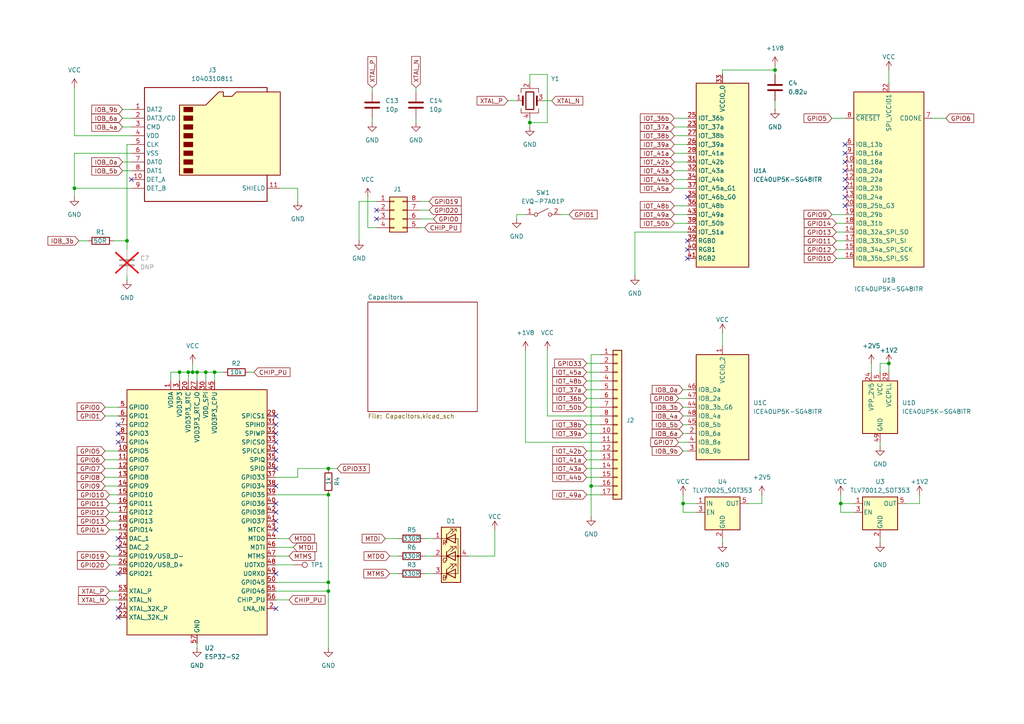
<source format=kicad_sch>
(kicad_sch (version 20231120) (generator "eeschema") (generator_version "8.0")
  (paper "A4")
  (title_block (title "MIG Flashcart") (date "2024-11-21") (rev "2") (company "Carlos Sabogal"))
  (junction (at 153.67 35.56))
  (junction (at 21.59 54.61))
  (junction (at 95.25 168.91))
  (junction (at 95.25 143.51))
  (junction (at 224.79 20.32))
  (junction (at 257.81 105.41))
  (junction (at 171.45 140.97))
  (junction (at 95.25 171.45))
  (junction (at 57.15 107.95))
  (junction (at 52.07 107.95))
  (junction (at 54.61 107.95))
  (junction (at 95.25 135.89))
  (junction (at 55.88 107.95))
  (junction (at 198.12 146.05))
  (junction (at 36.83 69.85))
  (junction (at 243.84 146.05))
  (junction (at 59.69 107.95))
  (junction (at 62.23 107.95))
  (no_connect (at 245.11 59.69))
  (no_connect (at 34.29 123.19))
  (no_connect (at 80.01 176.53))
  (no_connect (at 38.1 52.07))
  (no_connect (at 34.29 179.07))
  (no_connect (at 245.11 49.53))
  (no_connect (at 80.01 130.81))
  (no_connect (at 34.29 166.37))
  (no_connect (at 109.22 63.5))
  (no_connect (at 80.01 133.35))
  (no_connect (at 80.01 146.05))
  (no_connect (at 245.11 57.15))
  (no_connect (at 80.01 153.67))
  (no_connect (at 109.22 60.96))
  (no_connect (at 80.01 123.19))
  (no_connect (at 245.11 52.07))
  (no_connect (at 34.29 176.53))
  (no_connect (at 245.11 41.91))
  (no_connect (at 34.29 125.73))
  (no_connect (at 34.29 158.75))
  (no_connect (at 80.01 135.89))
  (no_connect (at 80.01 148.59))
  (no_connect (at 245.11 46.99))
  (no_connect (at 80.01 140.97))
  (no_connect (at 80.01 120.65))
  (no_connect (at 199.39 74.93))
  (no_connect (at 245.11 54.61))
  (no_connect (at 199.39 69.85))
  (no_connect (at 80.01 125.73))
  (no_connect (at 80.01 128.27))
  (no_connect (at 80.01 151.13))
  (no_connect (at 199.39 72.39))
  (no_connect (at 80.01 166.37))
  (no_connect (at 199.39 57.15))
  (no_connect (at 34.29 156.21))
  (no_connect (at 245.11 44.45))
  (no_connect (at 34.29 128.27))
  (wire (pts (xy 113.03 166.37) (xy 115.57 166.37)))
  (wire (pts (xy 33.02 69.85) (xy 36.83 69.85)))
  (wire (pts (xy 242.57 72.39) (xy 245.11 72.39)))
  (wire (pts (xy 62.23 110.49) (xy 62.23 107.95)))
  (wire (pts (xy 62.23 107.95) (xy 59.69 107.95)))
  (wire (pts (xy 123.19 166.37) (xy 125.73 166.37)))
  (wire (pts (xy 243.84 146.05) (xy 247.65 146.05)))
  (wire (pts (xy 198.12 113.03) (xy 199.39 113.03)))
  (wire (pts (xy 153.67 35.56) (xy 153.67 36.83)))
  (wire (pts (xy 170.18 125.73) (xy 173.99 125.73)))
  (wire (pts (xy 21.59 44.45) (xy 21.59 54.61)))
  (wire (pts (xy 124.46 60.96) (xy 121.92 60.96)))
  (wire (pts (xy 241.3 62.23) (xy 245.11 62.23)))
  (wire (pts (xy 195.58 41.91) (xy 199.39 41.91)))
  (wire (pts (xy 153.67 35.56) (xy 153.67 34.29)))
  (wire (pts (xy 123.19 66.04) (xy 121.92 66.04)))
  (wire (pts (xy 170.18 123.19) (xy 173.99 123.19)))
  (wire (pts (xy 21.59 54.61) (xy 38.1 54.61)))
  (wire (pts (xy 30.48 133.35) (xy 34.29 133.35)))
  (wire (pts (xy 198.12 120.65) (xy 199.39 120.65)))
  (wire (pts (xy 255.27 107.95) (xy 255.27 105.41)))
  (wire (pts (xy 255.27 105.41) (xy 257.81 105.41)))
  (wire (pts (xy 57.15 110.49) (xy 57.15 107.95)))
  (wire (pts (xy 120.65 25.4) (xy 120.65 26.67)))
  (wire (pts (xy 170.18 133.35) (xy 173.99 133.35)))
  (wire (pts (xy 95.25 135.89) (xy 86.36 135.89)))
  (wire (pts (xy 266.7 146.05) (xy 266.7 143.51)))
  (wire (pts (xy 195.58 59.69) (xy 199.39 59.69)))
  (wire (pts (xy 55.88 107.95) (xy 57.15 107.95)))
  (wire (pts (xy 31.75 143.51) (xy 34.29 143.51)))
  (wire (pts (xy 195.58 54.61) (xy 199.39 54.61)))
  (wire (pts (xy 30.48 120.65) (xy 34.29 120.65)))
  (wire (pts (xy 106.68 57.15) (xy 106.68 66.04)))
  (wire (pts (xy 195.58 52.07) (xy 199.39 52.07)))
  (wire (pts (xy 31.75 153.67) (xy 34.29 153.67)))
  (wire (pts (xy 195.58 62.23) (xy 199.39 62.23)))
  (wire (pts (xy 97.79 135.89) (xy 95.25 135.89)))
  (wire (pts (xy 111.76 156.21) (xy 115.57 156.21)))
  (wire (pts (xy 252.73 105.41) (xy 252.73 107.95)))
  (wire (pts (xy 57.15 186.69) (xy 57.15 187.96)))
  (wire (pts (xy 38.1 39.37) (xy 21.59 39.37)))
  (wire (pts (xy 80.01 158.75) (xy 85.09 158.75)))
  (wire (pts (xy 147.32 29.21) (xy 149.86 29.21)))
  (wire (pts (xy 198.12 130.81) (xy 199.39 130.81)))
  (wire (pts (xy 31.75 146.05) (xy 34.29 146.05)))
  (wire (pts (xy 198.12 118.11) (xy 199.39 118.11)))
  (wire (pts (xy 36.83 41.91) (xy 38.1 41.91)))
  (wire (pts (xy 198.12 146.05) (xy 201.93 146.05)))
  (wire (pts (xy 199.39 67.31) (xy 184.15 67.31)))
  (wire (pts (xy 152.4 128.27) (xy 152.4 101.6)))
  (wire (pts (xy 35.56 49.53) (xy 38.1 49.53)))
  (wire (pts (xy 21.59 54.61) (xy 21.59 57.15)))
  (wire (pts (xy 242.57 67.31) (xy 245.11 67.31)))
  (wire (pts (xy 195.58 46.99) (xy 199.39 46.99)))
  (wire (pts (xy 80.01 156.21) (xy 83.82 156.21)))
  (wire (pts (xy 95.25 168.91) (xy 95.25 171.45)))
  (wire (pts (xy 80.01 173.99) (xy 83.82 173.99)))
  (wire (pts (xy 36.83 41.91) (xy 36.83 69.85)))
  (wire (pts (xy 196.85 115.57) (xy 199.39 115.57)))
  (wire (pts (xy 171.45 102.87) (xy 171.45 140.97)))
  (wire (pts (xy 35.56 34.29) (xy 38.1 34.29)))
  (wire (pts (xy 149.86 63.5) (xy 149.86 62.23)))
  (wire (pts (xy 242.57 64.77) (xy 245.11 64.77)))
  (wire (pts (xy 36.83 72.39) (xy 36.83 69.85)))
  (wire (pts (xy 95.25 171.45) (xy 95.25 187.96)))
  (wire (pts (xy 195.58 44.45) (xy 199.39 44.45)))
  (wire (pts (xy 149.86 62.23) (xy 152.4 62.23)))
  (wire (pts (xy 86.36 138.43) (xy 80.01 138.43)))
  (wire (pts (xy 35.56 36.83) (xy 38.1 36.83)))
  (wire (pts (xy 31.75 151.13) (xy 34.29 151.13)))
  (wire (pts (xy 217.17 146.05) (xy 220.98 146.05)))
  (wire (pts (xy 123.19 161.29) (xy 125.73 161.29)))
  (wire (pts (xy 104.14 58.42) (xy 104.14 69.85)))
  (wire (pts (xy 80.01 161.29) (xy 83.82 161.29)))
  (wire (pts (xy 196.85 128.27) (xy 199.39 128.27)))
  (wire (pts (xy 170.18 118.11) (xy 173.99 118.11)))
  (wire (pts (xy 241.3 34.29) (xy 245.11 34.29)))
  (wire (pts (xy 158.75 21.59) (xy 158.75 35.56)))
  (wire (pts (xy 262.89 146.05) (xy 266.7 146.05)))
  (wire (pts (xy 170.18 143.51) (xy 173.99 143.51)))
  (wire (pts (xy 80.01 143.51) (xy 95.25 143.51)))
  (wire (pts (xy 143.51 161.29) (xy 135.89 161.29)))
  (wire (pts (xy 55.88 107.95) (xy 55.88 105.41)))
  (wire (pts (xy 31.75 173.99) (xy 34.29 173.99)))
  (wire (pts (xy 153.67 21.59) (xy 158.75 21.59)))
  (wire (pts (xy 59.69 107.95) (xy 59.69 110.49)))
  (wire (pts (xy 173.99 102.87) (xy 171.45 102.87)))
  (wire (pts (xy 255.27 128.27) (xy 255.27 129.54)))
  (wire (pts (xy 198.12 148.59) (xy 198.12 146.05)))
  (wire (pts (xy 54.61 107.95) (xy 54.61 110.49)))
  (wire (pts (xy 184.15 67.31) (xy 184.15 80.01)))
  (wire (pts (xy 158.75 35.56) (xy 153.67 35.56)))
  (wire (pts (xy 30.48 135.89) (xy 34.29 135.89)))
  (wire (pts (xy 30.48 138.43) (xy 34.29 138.43)))
  (wire (pts (xy 198.12 125.73) (xy 199.39 125.73)))
  (wire (pts (xy 113.03 161.29) (xy 115.57 161.29)))
  (wire (pts (xy 30.48 130.81) (xy 34.29 130.81)))
  (wire (pts (xy 25.4 69.85) (xy 22.86 69.85)))
  (wire (pts (xy 242.57 69.85) (xy 245.11 69.85)))
  (wire (pts (xy 243.84 148.59) (xy 243.84 146.05)))
  (wire (pts (xy 36.83 80.01) (xy 36.83 81.28)))
  (wire (pts (xy 220.98 146.05) (xy 220.98 143.51)))
  (wire (pts (xy 57.15 107.95) (xy 59.69 107.95)))
  (wire (pts (xy 195.58 64.77) (xy 199.39 64.77)))
  (wire (pts (xy 160.02 29.21) (xy 157.48 29.21)))
  (wire (pts (xy 121.92 63.5) (xy 125.73 63.5)))
  (wire (pts (xy 173.99 120.65) (xy 158.75 120.65)))
  (wire (pts (xy 170.18 130.81) (xy 173.99 130.81)))
  (wire (pts (xy 95.25 143.51) (xy 95.25 168.91)))
  (wire (pts (xy 274.32 34.29) (xy 270.51 34.29)))
  (wire (pts (xy 171.45 140.97) (xy 173.99 140.97)))
  (wire (pts (xy 107.95 25.4) (xy 107.95 26.67)))
  (wire (pts (xy 31.75 171.45) (xy 34.29 171.45)))
  (wire (pts (xy 257.81 20.32) (xy 257.81 24.13)))
  (wire (pts (xy 52.07 107.95) (xy 54.61 107.95)))
  (wire (pts (xy 165.1 62.23) (xy 162.56 62.23)))
  (wire (pts (xy 195.58 49.53) (xy 199.39 49.53)))
  (wire (pts (xy 86.36 58.42) (xy 86.36 54.61)))
  (wire (pts (xy 49.53 107.95) (xy 52.07 107.95)))
  (wire (pts (xy 195.58 39.37) (xy 199.39 39.37)))
  (wire (pts (xy 31.75 148.59) (xy 34.29 148.59)))
  (wire (pts (xy 52.07 107.95) (xy 52.07 110.49)))
  (wire (pts (xy 247.65 148.59) (xy 243.84 148.59)))
  (wire (pts (xy 120.65 34.29) (xy 120.65 35.56)))
  (wire (pts (xy 106.68 66.04) (xy 109.22 66.04)))
  (wire (pts (xy 170.18 107.95) (xy 173.99 107.95)))
  (wire (pts (xy 170.18 138.43) (xy 173.99 138.43)))
  (wire (pts (xy 49.53 110.49) (xy 49.53 107.95)))
  (wire (pts (xy 73.66 107.95) (xy 72.39 107.95)))
  (wire (pts (xy 31.75 163.83) (xy 34.29 163.83)))
  (wire (pts (xy 224.79 31.75) (xy 224.79 29.21)))
  (wire (pts (xy 143.51 153.67) (xy 143.51 161.29)))
  (wire (pts (xy 152.4 128.27) (xy 173.99 128.27)))
  (wire (pts (xy 195.58 34.29) (xy 199.39 34.29)))
  (wire (pts (xy 107.95 34.29) (xy 107.95 35.56)))
  (wire (pts (xy 109.22 58.42) (xy 104.14 58.42)))
  (wire (pts (xy 86.36 135.89) (xy 86.36 138.43)))
  (wire (pts (xy 198.12 146.05) (xy 198.12 143.51)))
  (wire (pts (xy 243.84 146.05) (xy 243.84 143.51)))
  (wire (pts (xy 224.79 19.05) (xy 224.79 20.32)))
  (wire (pts (xy 257.81 105.41) (xy 257.81 107.95)))
  (wire (pts (xy 80.01 171.45) (xy 95.25 171.45)))
  (wire (pts (xy 62.23 107.95) (xy 64.77 107.95)))
  (wire (pts (xy 35.56 46.99) (xy 38.1 46.99)))
  (wire (pts (xy 21.59 25.4) (xy 21.59 39.37)))
  (wire (pts (xy 170.18 105.41) (xy 173.99 105.41)))
  (wire (pts (xy 209.55 20.32) (xy 224.79 20.32)))
  (wire (pts (xy 209.55 21.59) (xy 209.55 20.32)))
  (wire (pts (xy 170.18 110.49) (xy 173.99 110.49)))
  (wire (pts (xy 209.55 156.21) (xy 209.55 157.48)))
  (wire (pts (xy 170.18 135.89) (xy 173.99 135.89)))
  (wire (pts (xy 80.01 168.91) (xy 95.25 168.91)))
  (wire (pts (xy 171.45 140.97) (xy 171.45 149.86)))
  (wire (pts (xy 30.48 140.97) (xy 34.29 140.97)))
  (wire (pts (xy 124.46 58.42) (xy 121.92 58.42)))
  (wire (pts (xy 30.48 118.11) (xy 34.29 118.11)))
  (wire (pts (xy 201.93 148.59) (xy 198.12 148.59)))
  (wire (pts (xy 21.59 44.45) (xy 38.1 44.45)))
  (wire (pts (xy 224.79 20.32) (xy 224.79 21.59)))
  (wire (pts (xy 54.61 107.95) (xy 55.88 107.95)))
  (wire (pts (xy 35.56 31.75) (xy 38.1 31.75)))
  (wire (pts (xy 158.75 120.65) (xy 158.75 101.6)))
  (wire (pts (xy 255.27 157.48) (xy 255.27 156.21)))
  (wire (pts (xy 123.19 156.21) (xy 125.73 156.21)))
  (wire (pts (xy 31.75 161.29) (xy 34.29 161.29)))
  (wire (pts (xy 195.58 36.83) (xy 199.39 36.83)))
  (wire (pts (xy 80.01 163.83) (xy 85.09 163.83)))
  (wire (pts (xy 198.12 123.19) (xy 199.39 123.19)))
  (wire (pts (xy 170.18 115.57) (xy 173.99 115.57)))
  (wire (pts (xy 209.55 96.52) (xy 209.55 100.33)))
  (wire (pts (xy 153.67 24.13) (xy 153.67 21.59)))
  (wire (pts (xy 86.36 54.61) (xy 81.28 54.61)))
  (wire (pts (xy 170.18 113.03) (xy 173.99 113.03)))
  (wire (pts (xy 242.57 74.93) (xy 245.11 74.93)))
  (global_label "IOT_48b" (shape input) (at 195.58 59.69 180) (property "Intersheetrefs" "${INTERSHEET_REFS}" (effects (hide yes))))
  (global_label "GPIO10" (shape input) (at 242.57 74.93 180) (property "Intersheetrefs" "${INTERSHEET_REFS}" (effects (hide yes))))
  (global_label "GPIO0" (shape input) (at 125.73 63.5 0) (property "Intersheetrefs" "${INTERSHEET_REFS}" (effects (hide yes))))
  (global_label "GPIO12" (shape input) (at 242.57 72.39 180) (property "Intersheetrefs" "${INTERSHEET_REFS}" (effects (hide yes))))
  (global_label "GPIO5" (shape input) (at 30.48 130.81 180) (property "Intersheetrefs" "${INTERSHEET_REFS}" (effects (hide yes))))
  (global_label "GPIO9" (shape input) (at 30.48 140.97 180) (property "Intersheetrefs" "${INTERSHEET_REFS}" (effects (hide yes))))
  (global_label "GPIO13" (shape input) (at 31.75 151.13 180) (property "Intersheetrefs" "${INTERSHEET_REFS}" (effects (hide yes))))
  (global_label "IOT_50b" (shape input) (at 170.18 118.11 180) (property "Intersheetrefs" "${INTERSHEET_REFS}" (effects (hide yes))))
  (global_label "IOT_37a" (shape input) (at 170.18 113.03 180) (property "Intersheetrefs" "${INTERSHEET_REFS}" (effects (hide yes))))
  (global_label "CHIP_PU" (shape input) (at 73.66 107.95 0) (property "Intersheetrefs" "${INTERSHEET_REFS}" (effects (hide yes))))
  (global_label "IOT_42b" (shape input) (at 170.18 130.81 180) (property "Intersheetrefs" "${INTERSHEET_REFS}" (effects (hide yes))))
  (global_label "GPIO14" (shape input) (at 242.57 64.77 180) (property "Intersheetrefs" "${INTERSHEET_REFS}" (effects (hide yes))))
  (global_label "IOT_36b" (shape input) (at 170.18 115.57 180) (property "Intersheetrefs" "${INTERSHEET_REFS}" (effects (hide yes))))
  (global_label "IOT_45a" (shape input) (at 170.18 107.95 180) (property "Intersheetrefs" "${INTERSHEET_REFS}" (effects (hide yes))))
  (global_label "GPIO20" (shape input) (at 31.75 163.83 180) (property "Intersheetrefs" "${INTERSHEET_REFS}" (effects (hide yes))))
  (global_label "XTAL_N" (shape input) (at 160.02 29.21 0) (property "Intersheetrefs" "${INTERSHEET_REFS}" (effects (hide yes))))
  (global_label "IOT_44b" (shape input) (at 195.58 52.07 180) (property "Intersheetrefs" "${INTERSHEET_REFS}" (effects (hide yes))))
  (global_label "IOB_3b" (shape input) (at 198.12 118.11 180) (property "Intersheetrefs" "${INTERSHEET_REFS}" (effects (hide yes))))
  (global_label "XTAL_N" (shape input) (at 31.75 173.99 180) (property "Intersheetrefs" "${INTERSHEET_REFS}" (effects (hide yes))))
  (global_label "IOT_41a" (shape input) (at 195.58 44.45 180) (property "Intersheetrefs" "${INTERSHEET_REFS}" (effects (hide yes))))
  (global_label "IOT_39a" (shape input) (at 195.58 41.91 180) (property "Intersheetrefs" "${INTERSHEET_REFS}" (effects (hide yes))))
  (global_label "GPIO12" (shape input) (at 31.75 148.59 180) (property "Intersheetrefs" "${INTERSHEET_REFS}" (effects (hide yes))))
  (global_label "IOB_5b" (shape input) (at 198.12 123.19 180) (property "Intersheetrefs" "${INTERSHEET_REFS}" (effects (hide yes))))
  (global_label "GPIO7" (shape input) (at 30.48 135.89 180) (property "Intersheetrefs" "${INTERSHEET_REFS}" (effects (hide yes))))
  (global_label "GPIO20" (shape input) (at 124.46 60.96 0) (property "Intersheetrefs" "${INTERSHEET_REFS}" (effects (hide yes))))
  (global_label "MTMS" (shape input) (at 113.03 166.37 180) (property "Intersheetrefs" "${INTERSHEET_REFS}" (effects (hide yes))))
  (global_label "IOT_42b" (shape input) (at 195.58 46.99 180) (property "Intersheetrefs" "${INTERSHEET_REFS}" (effects (hide yes))))
  (global_label "IOT_43a" (shape input) (at 195.58 49.53 180) (property "Intersheetrefs" "${INTERSHEET_REFS}" (effects (hide yes))))
  (global_label "IOT_38b" (shape input) (at 170.18 123.19 180) (property "Intersheetrefs" "${INTERSHEET_REFS}" (effects (hide yes))))
  (global_label "IOT_39a" (shape input) (at 170.18 125.73 180) (property "Intersheetrefs" "${INTERSHEET_REFS}" (effects (hide yes))))
  (global_label "IOT_48b" (shape input) (at 170.18 110.49 180) (property "Intersheetrefs" "${INTERSHEET_REFS}" (effects (hide yes))))
  (global_label "IOB_6a" (shape input) (at 35.56 34.29 180) (property "Intersheetrefs" "${INTERSHEET_REFS}" (effects (hide yes))))
  (global_label "GPIO8" (shape input) (at 196.85 115.57 180) (property "Intersheetrefs" "${INTERSHEET_REFS}" (effects (hide yes))))
  (global_label "IOB_0a" (shape input) (at 35.56 46.99 180) (property "Intersheetrefs" "${INTERSHEET_REFS}" (effects (hide yes))))
  (global_label "GPIO5" (shape input) (at 241.3 34.29 180) (property "Intersheetrefs" "${INTERSHEET_REFS}" (effects (hide yes))))
  (global_label "IOB_6a" (shape input) (at 198.12 125.73 180) (property "Intersheetrefs" "${INTERSHEET_REFS}" (effects (hide yes))))
  (global_label "GPIO33" (shape input) (at 170.18 105.41 180) (property "Intersheetrefs" "${INTERSHEET_REFS}" (effects (hide yes))))
  (global_label "IOT_43a" (shape input) (at 170.18 135.89 180) (property "Intersheetrefs" "${INTERSHEET_REFS}" (effects (hide yes))))
  (global_label "IOT_49a" (shape input) (at 195.58 62.23 180) (property "Intersheetrefs" "${INTERSHEET_REFS}" (effects (hide yes))))
  (global_label "IOT_37a" (shape input) (at 195.58 36.83 180) (property "Intersheetrefs" "${INTERSHEET_REFS}" (effects (hide yes))))
  (global_label "GPIO14" (shape input) (at 31.75 153.67 180) (property "Intersheetrefs" "${INTERSHEET_REFS}" (effects (hide yes))))
  (global_label "GPIO8" (shape input) (at 30.48 138.43 180) (property "Intersheetrefs" "${INTERSHEET_REFS}" (effects (hide yes))))
  (global_label "CHIP_PU" (shape input) (at 83.82 173.99 0) (property "Intersheetrefs" "${INTERSHEET_REFS}" (effects (hide yes))))
  (global_label "GPIO6" (shape input) (at 274.32 34.29 0) (property "Intersheetrefs" "${INTERSHEET_REFS}" (effects (hide yes))))
  (global_label "XTAL_P" (shape input) (at 31.75 171.45 180) (property "Intersheetrefs" "${INTERSHEET_REFS}" (effects (hide yes))))
  (global_label "IOT_38b" (shape input) (at 195.58 39.37 180) (property "Intersheetrefs" "${INTERSHEET_REFS}" (effects (hide yes))))
  (global_label "IOB_9b" (shape input) (at 35.56 31.75 180) (property "Intersheetrefs" "${INTERSHEET_REFS}" (effects (hide yes))))
  (global_label "GPIO19" (shape input) (at 31.75 161.29 180) (property "Intersheetrefs" "${INTERSHEET_REFS}" (effects (hide yes))))
  (global_label "GPIO6" (shape input) (at 30.48 133.35 180) (property "Intersheetrefs" "${INTERSHEET_REFS}" (effects (hide yes))))
  (global_label "GPIO1" (shape input) (at 30.48 120.65 180) (property "Intersheetrefs" "${INTERSHEET_REFS}" (effects (hide yes))))
  (global_label "GPIO19" (shape input) (at 124.46 58.42 0) (property "Intersheetrefs" "${INTERSHEET_REFS}" (effects (hide yes))))
  (global_label "XTAL_P" (shape input) (at 107.95 25.4 90) (property "Intersheetrefs" "${INTERSHEET_REFS}" (effects (hide yes))))
  (global_label "XTAL_P" (shape input) (at 147.32 29.21 180) (property "Intersheetrefs" "${INTERSHEET_REFS}" (effects (hide yes))))
  (global_label "GPIO11" (shape input) (at 31.75 146.05 180) (property "Intersheetrefs" "${INTERSHEET_REFS}" (effects (hide yes))))
  (global_label "IOB_9b" (shape input) (at 198.12 130.81 180) (property "Intersheetrefs" "${INTERSHEET_REFS}" (effects (hide yes))))
  (global_label "MTDI" (shape input) (at 85.09 158.75 0) (property "Intersheetrefs" "${INTERSHEET_REFS}" (effects (hide yes))))
  (global_label "IOB_4a" (shape input) (at 198.12 120.65 180) (property "Intersheetrefs" "${INTERSHEET_REFS}" (effects (hide yes))))
  (global_label "GPIO1" (shape input) (at 165.1 62.23 0) (property "Intersheetrefs" "${INTERSHEET_REFS}" (effects (hide yes))))
  (global_label "GPIO11" (shape input) (at 242.57 69.85 180) (property "Intersheetrefs" "${INTERSHEET_REFS}" (effects (hide yes))))
  (global_label "GPIO13" (shape input) (at 242.57 67.31 180) (property "Intersheetrefs" "${INTERSHEET_REFS}" (effects (hide yes))))
  (global_label "IOB_5b" (shape input) (at 35.56 49.53 180) (property "Intersheetrefs" "${INTERSHEET_REFS}" (effects (hide yes))))
  (global_label "IOT_36b" (shape input) (at 195.58 34.29 180) (property "Intersheetrefs" "${INTERSHEET_REFS}" (effects (hide yes))))
  (global_label "CHIP_PU" (shape input) (at 123.19 66.04 0) (property "Intersheetrefs" "${INTERSHEET_REFS}" (effects (hide yes))))
  (global_label "GPIO10" (shape input) (at 31.75 143.51 180) (property "Intersheetrefs" "${INTERSHEET_REFS}" (effects (hide yes))))
  (global_label "IOT_41a" (shape input) (at 170.18 133.35 180) (property "Intersheetrefs" "${INTERSHEET_REFS}" (effects (hide yes))))
  (global_label "MTDO" (shape input) (at 83.82 156.21 0) (property "Intersheetrefs" "${INTERSHEET_REFS}" (effects (hide yes))))
  (global_label "IOB_3b" (shape input) (at 22.86 69.85 180) (property "Intersheetrefs" "${INTERSHEET_REFS}" (effects (hide yes))))
  (global_label "IOT_50b" (shape input) (at 195.58 64.77 180) (property "Intersheetrefs" "${INTERSHEET_REFS}" (effects (hide yes))))
  (global_label "MTMS" (shape input) (at 83.82 161.29 0) (property "Intersheetrefs" "${INTERSHEET_REFS}" (effects (hide yes))))
  (global_label "IOB_4a" (shape input) (at 35.56 36.83 180) (property "Intersheetrefs" "${INTERSHEET_REFS}" (effects (hide yes))))
  (global_label "XTAL_N" (shape input) (at 120.65 25.4 90) (property "Intersheetrefs" "${INTERSHEET_REFS}" (effects (hide yes))))
  (global_label "IOB_0a" (shape input) (at 198.12 113.03 180) (property "Intersheetrefs" "${INTERSHEET_REFS}" (effects (hide yes))))
  (global_label "MTDI" (shape input) (at 111.76 156.21 180) (property "Intersheetrefs" "${INTERSHEET_REFS}" (effects (hide yes))))
  (global_label "GPIO9" (shape input) (at 241.3 62.23 180) (property "Intersheetrefs" "${INTERSHEET_REFS}" (effects (hide yes))))
  (global_label "MTDO" (shape input) (at 113.03 161.29 180) (property "Intersheetrefs" "${INTERSHEET_REFS}" (effects (hide yes))))
  (global_label "IOT_49a" (shape input) (at 170.18 143.51 180) (property "Intersheetrefs" "${INTERSHEET_REFS}" (effects (hide yes))))
  (global_label "IOT_44b" (shape input) (at 170.18 138.43 180) (property "Intersheetrefs" "${INTERSHEET_REFS}" (effects (hide yes))))
  (global_label "GPIO7" (shape input) (at 196.85 128.27 180) (property "Intersheetrefs" "${INTERSHEET_REFS}" (effects (hide yes))))
  (global_label "IOT_45a" (shape input) (at 195.58 54.61 180) (property "Intersheetrefs" "${INTERSHEET_REFS}" (effects (hide yes))))
  (global_label "GPIO0" (shape input) (at 30.48 118.11 180) (property "Intersheetrefs" "${INTERSHEET_REFS}" (effects (hide yes))))
  (global_label "GPIO33" (shape input) (at 97.79 135.89 0) (property "Intersheetrefs" "${INTERSHEET_REFS}" (effects (hide yes))))
  (symbol (lib_name "GND_2") (lib_id "power:GND") (at 153.67 36.83 0) (unit 1)
    (property "Reference" "#PWR011" (effects (hide yes)))
    (property "Value" "GND" (at 153.67 41.91 0))
    (property "Description" "Power symbol creates a global label with name \"GND\" , ground" (effects (hide yes)))
  )
  (symbol (lib_id "power:VCC") (at 257.81 20.32 0) (unit 1)
    (property "Reference" "#PWR017" (effects (hide yes)))
    (property "Value" "VCC" (at 257.81 16.51 0))
    (property "Description" "Power symbol creates a global label with name \"VCC\"" (effects (hide yes)))
  )
  (symbol (lib_id "Device:C") (at 107.95 30.48 0) (unit 1)
    (property "Reference" "C13" (at 111.76 29.2099 0) (effects (justify left)))
    (property "Value" "10p" (at 111.76 31.7499 0) (effects (justify left)))
    (property "Footprint" "Capacitor_SMD:C_0201_0603Metric" (effects (hide yes)))
    (property "Description" "Unpolarized capacitor" (effects (hide yes)))
  )
  (symbol (lib_id "Connector_Generic:Conn_01x17") (at 179.07 123.19 0) (unit 1)
    (property "Reference" "J2" (at 181.61 121.9199 0) (effects (justify left)))
    (property "Value" "Conn_01x17" (effects (hide yes)))
    (property "Footprint" "MIG Flashcart:Cartridge_Pins" (effects (hide yes)))
    (property "Description" "Generic connector, single row, 01x17, script generated (kicad-library-utils/schlib/autogen/connector/)" (effects (hide yes)))
  )
  (symbol (lib_id "FPGA_Lattice:ICE40UP5K-SG48ITR") (at 255.27 118.11 0) (unit 4)
    (property "Reference" "U1" (at 261.62 116.8399 0) (effects (justify left)))
    (property "Value" "ICE40UP5K-SG48ITR" (at 261.62 119.3799 0) (effects (justify left)))
    (property "Footprint" "Package_DFN_QFN:QFN-48-1EP_7x7mm_P0.5mm_EP5.15x5.15mm" (effects (hide yes)))
    (property "Datasheet" "http://www.latticesemi.com/Products/FPGAandCPLD/iCE40Ultra" (effects (hide yes)))
    (property "Description" "iCE40 UltraPlus FPGA, 5280 LUTs, 1.2V, 48-pin QFN" (effects (hide yes)))
  )
  (symbol (lib_id "Regulator_Linear:TLV70025_SOT353") (at 209.55 148.59 0) (unit 1)
    (property "Reference" "U4" (at 209.55 139.7 0))
    (property "Value" "TLV70025_SOT353" (at 209.55 142.24 0))
    (property "Footprint" "Package_TO_SOT_SMD:SOT-353_SC-70-5" (effects (hide yes)))
    (property "Datasheet" "http://www.ti.com/lit/ds/symlink/tlv700.pdf" (effects (hide yes)))
    (property "Description" "200mA Low Dropout Voltage Regulator, Fixed Output 2.5V, SC70-5" (effects (hide yes)))
  )
  (symbol (lib_id "power:+1V8") (at 152.4 101.6 0) (unit 1)
    (property "Reference" "#PWR04" (effects (hide yes)))
    (property "Value" "+1V8" (at 152.4 96.52 0))
    (property "Description" "Power symbol creates a global label with name \"+1V8\"" (effects (hide yes)))
  )
  (symbol (lib_id "power:VCC") (at 198.12 143.51 0) (unit 1)
    (property "Reference" "#PWR054" (effects (hide yes)))
    (property "Value" "VCC" (at 198.12 139.7 0))
    (property "Description" "Power symbol creates a global label with name \"VCC\"" (effects (hide yes)))
  )
  (symbol (lib_id "Device:C") (at 36.83 76.2 0) (unit 1) (dnp yes)
    (property "Reference" "C7" (at 40.64 74.9299 0) (effects (justify left)))
    (property "Value" "DNP" (at 40.64 77.4699 0) (effects (justify left)))
    (property "Footprint" "Capacitor_SMD:C_0201_0603Metric" (effects (hide yes)))
    (property "Description" "Unpolarized capacitor" (effects (hide yes)))
  )
  (symbol (lib_id "FPGA_Lattice:ICE40UP5K-SG48ITR") (at 209.55 49.53 0) (unit 1)
    (property "Reference" "U1" (at 218.44 49.5299 0) (effects (justify left)))
    (property "Value" "ICE40UP5K-SG48ITR" (at 218.44 52.0699 0) (effects (justify left)))
    (property "Footprint" "Package_DFN_QFN:QFN-48-1EP_7x7mm_P0.5mm_EP5.15x5.15mm" (effects (hide yes)))
    (property "Datasheet" "http://www.latticesemi.com/Products/FPGAandCPLD/iCE40Ultra" (effects (hide yes)))
    (property "Description" "iCE40 UltraPlus FPGA, 5280 LUTs, 1.2V, 48-pin QFN" (effects (hide yes)))
  )
  (symbol (lib_id "power:GND") (at 184.15 80.01 0) (unit 1)
    (property "Reference" "#PWR028" (effects (hide yes)))
    (property "Value" "GND" (at 184.15 85.09 0))
    (property "Description" "Power symbol creates a global label with name \"GND\" , ground" (effects (hide yes)))
  )
  (symbol (lib_id "FPGA_Lattice:ICE40UP5K-SG48ITR") (at 257.81 52.07 0) (unit 2)
    (property "Reference" "U1" (at 257.81 81.28 0))
    (property "Value" "ICE40UP5K-SG48ITR" (at 257.81 83.82 0))
    (property "Footprint" "Package_DFN_QFN:QFN-48-1EP_7x7mm_P0.5mm_EP5.15x5.15mm" (effects (hide yes)))
    (property "Datasheet" "http://www.latticesemi.com/Products/FPGAandCPLD/iCE40Ultra" (effects (hide yes)))
    (property "Description" "iCE40 UltraPlus FPGA, 5280 LUTs, 1.2V, 48-pin QFN" (effects (hide yes)))
  )
  (symbol (lib_id "power:+2V5") (at 252.73 105.41 0) (unit 1)
    (property "Reference" "#PWR024" (effects (hide yes)))
    (property "Value" "+2V5" (at 252.73 100.33 0))
    (property "Description" "Power symbol creates a global label with name \"+2V5\"" (effects (hide yes)))
  )
  (symbol (lib_id "power:+1V2") (at 257.81 105.41 0) (unit 1)
    (property "Reference" "#PWR060" (effects (hide yes)))
    (property "Value" "+1V2" (at 257.81 101.6 0))
    (property "Description" "Power symbol creates a global label with name \"+1V2\"" (effects (hide yes)))
  )
  (symbol (lib_id "Connector_Generic:Conn_02x04_Counter_Clockwise") (at 114.3 60.96 0) (unit 1)
    (property "Reference" "J1" (at 115.316 54.864 0))
    (property "Value" "Conn_02x04_Counter_Clockwise" (effects (hide yes)))
    (property "Footprint" "MIG Flashcart:PinSocket_2x04_P1.27mm_Vertical_SMD" (effects (hide yes)))
    (property "Description" "Generic connector, double row, 02x04, counter clockwise pin numbering scheme (similar to DIP package numbering), script generated (kicad-library-utils/schlib/autogen/connector/)" (effects (hide yes)))
  )
  (symbol (lib_id "power:GND") (at 171.45 149.86 0) (unit 1)
    (property "Reference" "#PWR01" (effects (hide yes)))
    (property "Value" "GND" (at 171.45 154.94 0))
    (property "Description" "Power symbol creates a global label with name \"GND\" , ground" (effects (hide yes)))
  )
  (symbol (lib_id "Regulator_Linear:TLV70012_SOT353") (at 255.27 148.59 0) (unit 1)
    (property "Reference" "U3" (at 255.27 139.7 0))
    (property "Value" "TLV70012_SOT353" (at 255.27 142.24 0))
    (property "Footprint" "Package_TO_SOT_SMD:SOT-353_SC-70-5" (effects (hide yes)))
    (property "Datasheet" "http://www.ti.com/lit/ds/symlink/tlv700.pdf" (effects (hide yes)))
    (property "Description" "200mA Low Dropout Voltage Regulator, Fixed Output 1.2V, SOT-23-5/SC-70-5/SOT-353" (effects (hide yes)))
  )
  (symbol (lib_id "Connector:Micro_SD_Card_Det2") (at 60.96 41.91 0) (unit 1)
    (property "Reference" "J3" (at 61.595 20.32 0))
    (property "Value" "1040310811" (at 61.595 22.86 0))
    (property "Footprint" "Connector_Card:microSD_HC_Molex_104031-0811" (effects (hide yes)))
    (property "Datasheet" "https://www.hirose.com/en/product/document?clcode=&productname=&series=DM3&documenttype=Catalog&lang=en&documentid=D49662_en" (effects (hide yes)))
    (property "Description" "Micro SD Card Socket with two card detection pins" (effects (hide yes)))
  )
  (symbol (lib_id "power:VCC") (at 55.88 105.41 0) (unit 1)
    (property "Reference" "#PWR031" (effects (hide yes)))
    (property "Value" "VCC" (at 55.88 100.33 0))
    (property "Description" "Power symbol creates a global label with name \"VCC\"" (effects (hide yes)))
  )
  (symbol (lib_id "Switch:SW_SPST") (at 157.48 62.23 0) (unit 1)
    (property "Reference" "SW1" (at 157.48 55.88 0))
    (property "Value" "EVQ-P7A01P" (at 157.48 58.42 0))
    (property "Footprint" "Button_Switch_SMD:SW_SPST_EVQP7A" (effects (hide yes)))
    (property "Description" "Single Pole Single Throw (SPST) switch" (effects (hide yes)))
  )
  (symbol (lib_id "power:GND") (at 255.27 157.48 0) (unit 1)
    (property "Reference" "#PWR057" (effects (hide yes)))
    (property "Value" "GND" (at 255.27 163.83 0))
    (property "Description" "Power symbol creates a global label with name \"GND\" , ground" (effects (hide yes)))
  )
  (symbol (lib_id "power:GND") (at 209.55 157.48 0) (unit 1)
    (property "Reference" "#PWR058" (effects (hide yes)))
    (property "Value" "GND" (at 209.55 163.83 0))
    (property "Description" "Power symbol creates a global label with name \"GND\" , ground" (effects (hide yes)))
  )
  (symbol (lib_id "Device:C") (at 224.79 25.4 0) (unit 1)
    (property "Reference" "C4" (at 228.6 24.1299 0) (effects (justify left)))
    (property "Value" "0.82u" (at 228.6 26.6699 0) (effects (justify left)))
    (property "Footprint" "Capacitor_SMD:C_0201_0603Metric" (effects (hide yes)))
    (property "Description" "Unpolarized capacitor" (effects (hide yes)))
  )
  (symbol (lib_name "GND_3") (lib_id "power:GND") (at 104.14 69.85 0) (unit 1)
    (property "Reference" "#PWR02" (effects (hide yes)))
    (property "Value" "GND" (at 104.14 74.93 0))
    (property "Description" "Power symbol creates a global label with name \"GND\" , ground" (effects (hide yes)))
  )
  (symbol (lib_name "GND_2") (lib_id "power:GND") (at 107.95 35.56 0) (unit 1)
    (property "Reference" "#PWR012" (effects (hide yes)))
    (property "Value" "GND" (at 107.95 40.64 0))
    (property "Description" "Power symbol creates a global label with name \"GND\" , ground" (effects (hide yes)))
  )
  (symbol (lib_id "power:VCC") (at 143.51 153.67 0) (unit 1)
    (property "Reference" "#PWR040" (effects (hide yes)))
    (property "Value" "VCC" (at 143.51 149.86 0))
    (property "Description" "Power symbol creates a global label with name \"VCC\"" (effects (hide yes)))
  )
  (symbol (lib_id "Device:R") (at 95.25 139.7 0) (unit 1)
    (property "Reference" "R4" (at 97.79 140.97 90) (effects (justify left)))
    (property "Value" "1k" (at 95.25 140.716 90) (effects (justify left)))
    (property "Footprint" "Resistor_SMD:R_0201_0603Metric" (effects (hide yes)))
    (property "Description" "Resistor" (effects (hide yes)))
  )
  (symbol (lib_id "power:VCC") (at 21.59 25.4 0) (unit 1)
    (property "Reference" "#PWR014" (effects (hide yes)))
    (property "Value" "VCC" (at 21.59 20.32 0))
    (property "Description" "Power symbol creates a global label with name \"VCC\"" (effects (hide yes)))
  )
  (symbol (lib_name "GND_2") (lib_id "power:GND") (at 36.83 81.28 0) (unit 1)
    (property "Reference" "#PWR027" (effects (hide yes)))
    (property "Value" "GND" (at 36.83 86.36 0))
    (property "Description" "Power symbol creates a global label with name \"GND\" , ground" (effects (hide yes)))
  )
  (symbol (lib_name "GND_2") (lib_id "power:GND") (at 255.27 129.54 0) (unit 1)
    (property "Reference" "#PWR08" (effects (hide yes)))
    (property "Value" "GND" (at 255.27 134.62 0))
    (property "Description" "Power symbol creates a global label with name \"GND\" , ground" (effects (hide yes)))
  )
  (symbol (lib_id "power:+1V8") (at 224.79 19.05 0) (unit 1)
    (property "Reference" "#PWR023" (effects (hide yes)))
    (property "Value" "+1V8" (at 224.79 13.97 0))
    (property "Description" "Power symbol creates a global label with name \"+1V8\"" (effects (hide yes)))
  )
  (symbol (lib_id "Device:R") (at 119.38 166.37 90) (unit 1)
    (property "Reference" "R3" (at 119.38 163.83 90))
    (property "Value" "330R" (at 119.38 166.37 90))
    (property "Footprint" "Resistor_SMD:R_0201_0603Metric" (effects (hide yes)))
    (property "Description" "Resistor" (effects (hide yes)))
  )
  (symbol (lib_id "power:GND") (at 21.59 57.15 0) (unit 1)
    (property "Reference" "#PWR06" (effects (hide yes)))
    (property "Value" "GND" (at 21.59 62.23 0))
    (property "Description" "Power symbol creates a global label with name \"GND\" , ground" (effects (hide yes)))
  )
  (symbol (lib_name "GND_2") (lib_id "power:GND") (at 120.65 35.56 0) (unit 1)
    (property "Reference" "#PWR013" (effects (hide yes)))
    (property "Value" "GND" (at 120.65 40.64 0))
    (property "Description" "Power symbol creates a global label with name \"GND\" , ground" (effects (hide yes)))
  )
  (symbol (lib_id "MCU_Espressif:ESP32-S2") (at 57.15 148.59 0) (unit 1)
    (property "Reference" "U2" (at 59.3441 187.96 0) (effects (justify left)))
    (property "Value" "ESP32-S2" (at 59.3441 190.5 0) (effects (justify left)))
    (property "Footprint" "Package_DFN_QFN:QFN-56-1EP_7x7mm_P0.4mm_EP4x4mm" (effects (hide yes)))
    (property "Datasheet" "https://www.espressif.com/sites/default/files/documentation/esp32-s2_datasheet_en.pdf" (effects (hide yes)))
    (property "Description" "Microcontroller, Wi-Fi 802.11b/g/n, Bluetooth, 32bit" (effects (hide yes)))
  )
  (symbol (lib_id "power:VCC") (at 106.68 57.15 0) (unit 1)
    (property "Reference" "#PWR051" (effects (hide yes)))
    (property "Value" "VCC" (at 106.68 52.07 0))
    (property "Description" "Power symbol creates a global label with name \"VCC\"" (effects (hide yes)))
  )
  (symbol (lib_id "Device:R") (at 29.21 69.85 90) (unit 1)
    (property "Reference" "R1" (at 30.48 67.31 90) (effects (justify left)))
    (property "Value" "50R" (at 30.988 69.85 90) (effects (justify left)))
    (property "Footprint" "Resistor_SMD:R_0201_0603Metric" (effects (hide yes)))
    (property "Description" "Resistor" (effects (hide yes)))
  )
  (symbol (lib_name "GND_1") (lib_id "power:GND") (at 95.25 187.96 0) (unit 1)
    (property "Reference" "#PWR010" (effects (hide yes)))
    (property "Value" "GND" (at 95.25 193.04 0))
    (property "Description" "Power symbol creates a global label with name \"GND\" , ground" (effects (hide yes)))
  )
  (symbol (lib_name "GND_1") (lib_id "power:GND") (at 224.79 31.75 0) (unit 1)
    (property "Reference" "#PWR026" (effects (hide yes)))
    (property "Value" "GND" (at 224.79 36.83 0))
    (property "Description" "Power symbol creates a global label with name \"GND\" , ground" (effects (hide yes)))
  )
  (symbol (lib_id "FPGA_Lattice:ICE40UP5K-SG48ITR") (at 209.55 118.11 0) (unit 3)
    (property "Reference" "U1" (at 218.44 116.8399 0) (effects (justify left)))
    (property "Value" "ICE40UP5K-SG48ITR" (at 218.44 119.3799 0) (effects (justify left)))
    (property "Footprint" "Package_DFN_QFN:QFN-48-1EP_7x7mm_P0.5mm_EP5.15x5.15mm" (effects (hide yes)))
    (property "Datasheet" "http://www.latticesemi.com/Products/FPGAandCPLD/iCE40Ultra" (effects (hide yes)))
    (property "Description" "iCE40 UltraPlus FPGA, 5280 LUTs, 1.2V, 48-pin QFN" (effects (hide yes)))
  )
  (symbol (lib_id "Device:R") (at 68.58 107.95 90) (unit 1)
    (property "Reference" "R2" (at 69.85 105.41 90) (effects (justify left)))
    (property "Value" "10k" (at 70.358 107.95 90) (effects (justify left)))
    (property "Footprint" "Resistor_SMD:R_0201_0603Metric" (effects (hide yes)))
    (property "Description" "Resistor" (effects (hide yes)))
  )
  (symbol (lib_id "power:VCC") (at 158.75 101.6 0) (unit 1)
    (property "Reference" "#PWR09" (effects (hide yes)))
    (property "Value" "VCC" (at 158.75 96.52 0))
    (property "Description" "Power symbol creates a global label with name \"VCC\"" (effects (hide yes)))
  )
  (symbol (lib_id "Device:C") (at 120.65 30.48 0) (unit 1)
    (property "Reference" "C14" (at 124.46 29.2099 0) (effects (justify left)))
    (property "Value" "10p" (at 124.46 31.7499 0) (effects (justify left)))
    (property "Footprint" "Capacitor_SMD:C_0201_0603Metric" (effects (hide yes)))
    (property "Description" "Unpolarized capacitor" (effects (hide yes)))
  )
  (symbol (lib_id "power:VCC") (at 243.84 143.51 0) (unit 1)
    (property "Reference" "#PWR055" (effects (hide yes)))
    (property "Value" "VCC" (at 243.84 139.7 0))
    (property "Description" "Power symbol creates a global label with name \"VCC\"" (effects (hide yes)))
  )
  (symbol (lib_id "power:+1V2") (at 266.7 143.51 0) (unit 1)
    (property "Reference" "#PWR056" (effects (hide yes)))
    (property "Value" "+1V2" (at 266.7 139.7 0))
    (property "Description" "Power symbol creates a global label with name \"+1V2\"" (effects (hide yes)))
  )
  (symbol (lib_id "power:+2V5") (at 220.98 143.51 0) (unit 1)
    (property "Reference" "#PWR025" (effects (hide yes)))
    (property "Value" "+2V5" (at 220.98 138.43 0))
    (property "Description" "Power symbol creates a global label with name \"+2V5\"" (effects (hide yes)))
  )
  (symbol (lib_id "power:GND") (at 149.86 63.5 0) (unit 1)
    (property "Reference" "#PWR05" (effects (hide yes)))
    (property "Value" "GND" (at 149.86 68.58 0))
    (property "Description" "Power symbol creates a global label with name \"GND\" , ground" (effects (hide yes)))
  )
  (symbol (lib_id "Connector:TestPoint") (at 85.09 163.83 270) (unit 1)
    (property "Reference" "TP1" (at 90.17 163.83 90) (effects (justify left)))
    (property "Value" "TestPoint" (effects (hide yes)))
    (property "Footprint" "MIG Flashcart:TestPoint_Pad_D0.5mm" (effects (hide yes)))
    (property "Description" "test point" (effects (hide yes)))
  )
  (symbol (lib_id "Device:Crystal_GND24") (at 153.67 29.21 0) (unit 1)
    (property "Reference" "Y1" (at 161.0306 22.8485 0))
    (property "Value" "ECS-400-10-37B2-CKY-TR" (effects (hide yes)))
    (property "Footprint" "Crystal:Crystal_SMD_SeikoEpson_FA128-4Pin_2.0x1.6mm" (effects (hide yes)))
    (property "Description" "Four pin crystal, GND on pins 2 and 4" (effects (hide yes)))
  )
  (symbol (lib_id "Device:R") (at 119.38 156.21 90) (unit 1)
    (property "Reference" "R5" (at 119.38 153.67 90))
    (property "Value" "330R" (at 119.38 156.21 90))
    (property "Footprint" "Resistor_SMD:R_0201_0603Metric" (effects (hide yes)))
    (property "Description" "Resistor" (effects (hide yes)))
  )
  (symbol (lib_id "Device:R") (at 119.38 161.29 90) (unit 1)
    (property "Reference" "R6" (at 119.38 158.75 90))
    (property "Value" "330R" (at 119.38 161.29 90))
    (property "Footprint" "Resistor_SMD:R_0201_0603Metric" (effects (hide yes)))
    (property "Description" "Resistor" (effects (hide yes)))
  )
  (symbol (lib_id "Device:LED_RGBA") (at 130.81 161.29 0) (unit 1)
    (property "Reference" "D1" (at 130.81 151.13 0))
    (property "Value" "UHD111A-FKA-C3K23E1L3VG5ZB3Z3" (effects (hide yes)))
    (property "Footprint" "MIG Flashcart:SMD4_UHD111A-FKA_CRW" (effects (hide yes)))
    (property "Description" "RGB LED, red/green/blue/anode" (effects (hide yes)))
  )
  (symbol (lib_id "power:GND") (at 86.36 58.42 0) (unit 1)
    (property "Reference" "#PWR03" (effects (hide yes)))
    (property "Value" "GND" (at 86.36 63.5 0))
    (property "Description" "Power symbol creates a global label with name \"GND\" , ground" (effects (hide yes)))
  )
  (symbol (lib_name "GND_1") (lib_id "power:GND") (at 57.15 187.96 0) (unit 1)
    (property "Reference" "#PWR07" (effects (hide yes)))
    (property "Value" "GND" (at 57.15 193.04 0))
    (property "Description" "Power symbol creates a global label with name \"GND\" , ground" (effects (hide yes)))
  )
  (symbol (lib_id "power:VCC") (at 209.55 96.52 0) (unit 1)
    (property "Reference" "#PWR022" (effects (hide yes)))
    (property "Value" "VCC" (at 209.55 92.71 0))
    (property "Description" "Power symbol creates a global label with name \"VCC\"" (effects (hide yes)))
  )
  (sheet (at 106.68 87.63) (size 31.75 31.75) (stroke (width 0.1524))
    (property "Sheetname" "Capacitors" (at 106.68 86.9184 0) (effects (justify left bottom)))
    (property "Sheetfile" "Capacitors.kicad_sch" (at 106.68 119.9646 0) (effects (justify left top)))
  )
)
</source>
